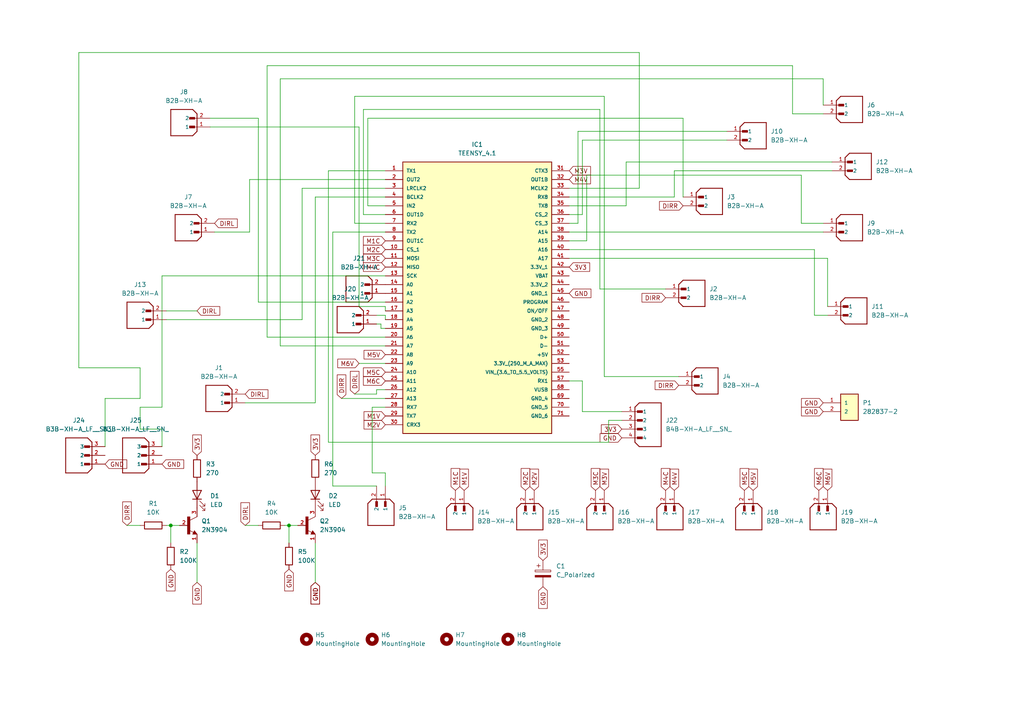
<source format=kicad_sch>
(kicad_sch (version 20250114) (generator "eeschema") (generator_version "9.0")
  (paper "A4")
  (lib_symbols
    (symbol "282837-2:282837-2" (pin_names (offset 1.016))
      (property "Reference" "P" (at -2.5406 2.5438 0))
      (property "Value" "282837-2" (at -2.5424 -6.3745 0))
      (symbol "282837-2_0_0"
        (pin passive line (at -7.62 0 0) (length 5.08) (name "1") (number "1"))
        (pin passive line (at -7.62 -2.54 0) (length 5.08) (name "2") (number "2"))
      )
    )
    (symbol "2N3904:2N3904" (pin_names (offset 1.016))
      (property "Reference" "Q" (at -10.16 7.62 0))
      (property "Value" "2N3904" (at -10.16 -7.62 0))
      (symbol "2N3904_0_0"
        (pin passive line (at -2.54 0 0) (length 2.54) (name "~") (number "2"))
        (pin passive line (at 2.54 5.08 270) (length 2.54) (name "~") (number "3"))
        (pin passive line (at 2.54 -5.08 90) (length 2.54) (name "~") (number "1"))
      )
    )
    (symbol "B2B-XH-A:B2B-XH-A" (pin_names (offset 1.016))
      (property "Reference" "J" (at -2.54 6.35 0))
      (property "Value" "B2B-XH-A" (at -2.54 -5.08 0))
      (symbol "B2B-XH-A_0_0"
        (pin passive line (at -7.62 2.54 0) (length 5.08) (name "1") (number "1"))
        (pin passive line (at -7.62 0 0) (length 5.08) (name "2") (number "2"))
      )
    )
    (symbol "B3B-XH-A_LF__SN_:B3B-XH-A_LF__SN_" (pin_names (offset 1.016))
      (property "Reference" "J" (at -2.54 6.35 0))
      (property "Value" "B3B-XH-A_LF__SN_" (at -2.54 -7.62 0))
      (symbol "B3B-XH-A_LF__SN__0_0"
        (pin passive line (at -7.62 2.54 0) (length 5.08) (name "1") (number "1"))
        (pin passive line (at -7.62 0 0) (length 5.08) (name "2") (number "2"))
        (pin passive line (at -7.62 -2.54 0) (length 5.08) (name "3") (number "3"))
      )
    )
    (symbol "B4B-XH-A_LF__SN_:B4B-XH-A_LF__SN_" (pin_names (offset 1.016))
      (property "Reference" "J" (at -2.54 6.35 0))
      (property "Value" "B4B-XH-A_LF__SN_" (at -2.54 -10.16 0))
      (symbol "B4B-XH-A_LF__SN__0_0"
        (pin passive line (at -7.62 2.54 0) (length 5.08) (name "1") (number "1"))
        (pin passive line (at -7.62 0 0) (length 5.08) (name "2") (number "2"))
        (pin passive line (at -7.62 -2.54 0) (length 5.08) (name "3") (number "3"))
        (pin passive line (at -7.62 -5.08 0) (length 5.08) (name "4") (number "4"))
      )
    )
    (symbol "Device:C_Polarized" (pin_numbers (hide yes)) (pin_names (offset 0.254))
      (property "Reference" "C" (at 0.635 2.54 0))
      (property "Value" "C_Polarized" (at 0.635 -2.54 0))
      (symbol "C_Polarized_1_1"
        (pin passive line (at 0 3.81 270) (length 2.794) (name "~") (number "1"))
        (pin passive line (at 0 -3.81 90) (length 2.794) (name "~") (number "2"))
      )
    )
    (symbol "Device:LED" (pin_numbers (hide yes)) (pin_names (offset 1.016) (hide yes))
      (property "Reference" "D" (at 0 2.54 0))
      (property "Value" "LED" (at 0 -2.54 0))
      (symbol "LED_1_1"
        (pin passive line (at -3.81 0 0) (length 2.54) (name "K") (number "1"))
        (pin passive line (at 3.81 0 180) (length 2.54) (name "A") (number "2"))
      )
    )
    (symbol "Device:R" (pin_numbers (hide yes)) (pin_names (offset 0))
      (property "Reference" "R" (at 2.032 0 90))
      (property "Value" "R" (at 0 0 90))
      (symbol "R_1_1"
        (pin passive line (at 0 3.81 270) (length 1.27) (name "~") (number "1"))
        (pin passive line (at 0 -3.81 90) (length 1.27) (name "~") (number "2"))
      )
    )
    (symbol "Mechanical:MountingHole" (pin_names (offset 1.016)) (in_bom no)
      (property "Reference" "H" (at 0 5.08 0))
      (property "Value" "MountingHole" (at 0 3.175 0))
    )
    (symbol "TEENSY_4.1:TEENSY_4.1" (pin_names (offset 1.016))
      (property "Reference" "IC" (at 49.53 7.62 0))
      (property "Value" "TEENSY_4.1" (at 49.53 5.08 0))
      (symbol "TEENSY_4.1_0_0"
        (pin bidirectional line (at 0 0 0) (length 5.08) (name "TX1") (number "1"))
        (pin bidirectional line (at 0 -2.54 0) (length 5.08) (name "OUT2") (number "2"))
        (pin bidirectional line (at 0 -5.08 0) (length 5.08) (name "LRCLK2") (number "3"))
        (pin bidirectional line (at 0 -7.62 0) (length 5.08) (name "BCLK2") (number "4"))
        (pin bidirectional line (at 0 -10.16 0) (length 5.08) (name "IN2") (number "5"))
        (pin bidirectional line (at 0 -12.7 0) (length 5.08) (name "OUT1D") (number "6"))
        (pin bidirectional line (at 0 -15.24 0) (length 5.08) (name "RX2") (number "7"))
        (pin bidirectional line (at 0 -17.78 0) (length 5.08) (name "TX2") (number "8"))
        (pin bidirectional line (at 0 -20.32 0) (length 5.08) (name "OUT1C") (number "9"))
        (pin bidirectional line (at 0 -22.86 0) (length 5.08) (name "CS_1") (number "10"))
        (pin bidirectional line (at 0 -25.4 0) (length 5.08) (name "MOSI") (number "11"))
        (pin bidirectional line (at 0 -27.94 0) (length 5.08) (name "MISO") (number "12"))
        (pin bidirectional line (at 0 -30.48 0) (length 5.08) (name "SCK") (number "13"))
        (pin bidirectional line (at 0 -33.02 0) (length 5.08) (name "A0") (number "14"))
        (pin bidirectional line (at 0 -35.56 0) (length 5.08) (name "A1") (number "15"))
        (pin bidirectional line (at 0 -38.1 0) (length 5.08) (name "A2") (number "16"))
        (pin bidirectional line (at 0 -40.64 0) (length 5.08) (name "A3") (number "17"))
        (pin bidirectional line (at 0 -43.18 0) (length 5.08) (name "A4") (number "18"))
        (pin bidirectional line (at 0 -45.72 0) (length 5.08) (name "A5") (number "19"))
        (pin bidirectional line (at 0 -48.26 0) (length 5.08) (name "A6") (number "20"))
        (pin bidirectional line (at 0 -50.8 0) (length 5.08) (name "A7") (number "21"))
        (pin bidirectional line (at 0 -53.34 0) (length 5.08) (name "A8") (number "22"))
        (pin bidirectional line (at 0 -55.88 0) (length 5.08) (name "A9") (number "23"))
        (pin bidirectional line (at 0 -58.42 0) (length 5.08) (name "A10") (number "24"))
        (pin bidirectional line (at 0 -60.96 0) (length 5.08) (name "A11") (number "25"))
        (pin bidirectional line (at 0 -63.5 0) (length 5.08) (name "A12") (number "26"))
        (pin bidirectional line (at 0 -66.04 0) (length 5.08) (name "A13") (number "27"))
        (pin bidirectional line (at 0 -68.58 0) (length 5.08) (name "RX7") (number "28"))
        (pin bidirectional line (at 0 -71.12 0) (length 5.08) (name "TX7") (number "29"))
        (pin bidirectional line (at 0 -73.66 0) (length 5.08) (name "CRX3") (number "30"))
        (pin bidirectional line (at 53.34 0 180) (length 5.08) (name "CTX3") (number "31"))
        (pin bidirectional line (at 53.34 -2.54 180) (length 5.08) (name "OUT1B") (number "32"))
        (pin bidirectional line (at 53.34 -5.08 180) (length 5.08) (name "MCLK2") (number "33"))
        (pin bidirectional line (at 53.34 -7.62 180) (length 5.08) (name "RX8") (number "34"))
        (pin bidirectional line (at 53.34 -10.16 180) (length 5.08) (name "TX8") (number "35"))
        (pin bidirectional line (at 53.34 -12.7 180) (length 5.08) (name "CS_2") (number "36"))
        (pin bidirectional line (at 53.34 -15.24 180) (length 5.08) (name "CS_3") (number "37"))
        (pin bidirectional line (at 53.34 -17.78 180) (length 5.08) (name "A14") (number "38"))
        (pin bidirectional line (at 53.34 -20.32 180) (length 5.08) (name "A15") (number "39"))
        (pin bidirectional line (at 53.34 -22.86 180) (length 5.08) (name "A16") (number "40"))
        (pin bidirectional line (at 53.34 -25.4 180) (length 5.08) (name "A17") (number "41"))
        (pin bidirectional line (at 53.34 -27.94 180) (length 5.08) (name "3.3V_1") (number "42"))
        (pin bidirectional line (at 53.34 -30.48 180) (length 5.08) (name "VBAT") (number "43"))
        (pin bidirectional line (at 53.34 -33.02 180) (length 5.08) (name "3.3V_2") (number "44"))
        (pin bidirectional line (at 53.34 -35.56 180) (length 5.08) (name "GND_1") (number "45"))
        (pin bidirectional line (at 53.34 -38.1 180) (length 5.08) (name "PROGRAM") (number "46"))
        (pin bidirectional line (at 53.34 -40.64 180) (length 5.08) (name "ON/OFF") (number "47"))
        (pin bidirectional line (at 53.34 -43.18 180) (length 5.08) (name "GND_2") (number "48"))
        (pin bidirectional line (at 53.34 -45.72 180) (length 5.08) (name "GND_3") (number "49"))
        (pin bidirectional line (at 53.34 -48.26 180) (length 5.08) (name "D+") (number "50"))
        (pin bidirectional line (at 53.34 -50.8 180) (length 5.08) (name "D-") (number "51"))
        (pin bidirectional line (at 53.34 -53.34 180) (length 5.08) (name "+5V") (number "52"))
        (pin bidirectional line (at 53.34 -55.88 180) (length 5.08) (name "3.3V_(250_M_A_MAX)") (number "53"))
        (pin bidirectional line (at 53.34 -58.42 180) (length 5.08) (name "VIN_(3.6_TO_5.5_VOLTS)") (number "55"))
        (pin bidirectional line (at 53.34 -60.96 180) (length 5.08) (name "RX1") (number "57"))
        (pin bidirectional line (at 53.34 -63.5 180) (length 5.08) (name "VUSB") (number "68"))
        (pin bidirectional line (at 53.34 -66.04 180) (length 5.08) (name "GND_4") (number "69"))
        (pin bidirectional line (at 53.34 -68.58 180) (length 5.08) (name "GND_5") (number "70"))
        (pin bidirectional line (at 53.34 -71.12 180) (length 5.08) (name "GND_6") (number "71"))
      )
    )
  )
  (junction (at 49.53 152.4))
  (junction (at 83.82 152.4))
  (wire (pts (xy 82.55 152.4) (xy 83.82 152.4)))
  (wire (pts (xy 74.93 87.63) (xy 74.93 34.29)))
  (wire (pts (xy 181.61 59.69) (xy 181.61 46.99)))
  (wire (pts (xy 111.76 100.33) (xy 81.28 100.33)))
  (wire (pts (xy 40.64 115.57) (xy 30.48 115.57)))
  (wire (pts (xy 111.76 67.31) (xy 96.52 67.31)))
  (wire (pts (xy 83.82 152.4) (xy 86.36 152.4)))
  (wire (pts (xy 165.1 67.31) (xy 238.76 67.31)))
  (wire (pts (xy 72.39 52.07) (xy 111.76 52.07)))
  (wire (pts (xy 176.53 128.27) (xy 176.53 121.92)))
  (wire (pts (xy 81.28 100.33) (xy 81.28 22.86)))
  (wire (pts (xy 96.52 140.97) (xy 109.22 140.97)))
  (wire (pts (xy 46.99 124.46) (xy 46.99 129.54)))
  (wire (pts (xy 105.41 62.23) (xy 111.76 62.23)))
  (wire (pts (xy 102.87 114.3) (xy 109.22 114.3)))
  (wire (pts (xy 95.25 49.53) (xy 111.76 49.53)))
  (wire (pts (xy 165.1 54.61) (xy 185.42 54.61)))
  (wire (pts (xy 107.95 137.16) (xy 111.76 137.16)))
  (wire (pts (xy 102.87 64.77) (xy 111.76 64.77)))
  (wire (pts (xy 22.86 106.68) (xy 40.64 106.68)))
  (wire (pts (xy 71.12 152.4) (xy 74.93 152.4)))
  (wire (pts (xy 195.58 57.15) (xy 195.58 49.53)))
  (wire (pts (xy 167.64 38.1) (xy 167.64 64.77)))
  (wire (pts (xy 111.76 88.9) (xy 111.76 90.17)))
  (wire (pts (xy 110.49 95.25) (xy 111.76 95.25)))
  (wire (pts (xy 111.76 54.61) (xy 87.63 54.61)))
  (wire (pts (xy 173.99 83.82) (xy 193.04 83.82)))
  (wire (pts (xy 46.99 80.01) (xy 46.99 118.11)))
  (wire (pts (xy 77.47 97.79) (xy 77.47 19.05)))
  (wire (pts (xy 236.22 91.44) (xy 240.03 91.44)))
  (wire (pts (xy 195.58 49.53) (xy 241.3 49.53)))
  (wire (pts (xy 110.49 93.98) (xy 110.49 95.25)))
  (wire (pts (xy 109.22 113.03) (xy 111.76 113.03)))
  (wire (pts (xy 106.68 34.29) (xy 106.68 59.69)))
  (wire (pts (xy 198.12 57.15) (xy 198.12 34.29)))
  (wire (pts (xy 72.39 67.31) (xy 72.39 52.07)))
  (wire (pts (xy 111.76 87.63) (xy 74.93 87.63)))
  (wire (pts (xy 81.28 22.86) (xy 238.76 22.86)))
  (wire (pts (xy 165.1 72.39) (xy 236.22 72.39)))
  (wire (pts (xy 185.42 15.24) (xy 22.86 15.24)))
  (wire (pts (xy 229.87 19.05) (xy 229.87 33.02)))
  (wire (pts (xy 236.22 72.39) (xy 236.22 91.44)))
  (wire (pts (xy 83.82 157.48) (xy 83.82 152.4)))
  (wire (pts (xy 173.99 83.82) (xy 173.99 31.75)))
  (wire (pts (xy 49.53 152.4) (xy 52.07 152.4)))
  (wire (pts (xy 102.87 27.94) (xy 102.87 64.77)))
  (wire (pts (xy 196.85 109.22) (xy 175.26 109.22)))
  (wire (pts (xy 111.76 91.44) (xy 111.76 92.71)))
  (wire (pts (xy 165.1 57.15) (xy 195.58 57.15)))
  (wire (pts (xy 109.22 114.3) (xy 109.22 113.03)))
  (wire (pts (xy 95.25 49.53) (xy 95.25 128.27)))
  (wire (pts (xy 167.64 64.77) (xy 165.1 64.77)))
  (wire (pts (xy 106.68 59.69) (xy 111.76 59.69)))
  (wire (pts (xy 111.76 97.79) (xy 77.47 97.79)))
  (wire (pts (xy 48.26 152.4) (xy 49.53 152.4)))
  (wire (pts (xy 104.14 36.83) (xy 60.96 36.83)))
  (wire (pts (xy 99.06 115.57) (xy 111.76 115.57)))
  (wire (pts (xy 72.39 67.31) (xy 62.23 67.31)))
  (wire (pts (xy 91.44 168.91) (xy 91.44 157.48)))
  (wire (pts (xy 40.64 106.68) (xy 40.64 115.57)))
  (wire (pts (xy 170.18 50.8) (xy 170.18 69.85)))
  (wire (pts (xy 30.48 115.57) (xy 30.48 129.54)))
  (wire (pts (xy 240.03 74.93) (xy 240.03 88.9)))
  (wire (pts (xy 232.41 50.8) (xy 170.18 50.8)))
  (wire (pts (xy 40.64 124.46) (xy 46.99 124.46)))
  (wire (pts (xy 232.41 64.77) (xy 232.41 50.8)))
  (wire (pts (xy 111.76 57.15) (xy 91.44 57.15)))
  (wire (pts (xy 60.96 34.29) (xy 74.93 34.29)))
  (wire (pts (xy 165.1 59.69) (xy 181.61 59.69)))
  (wire (pts (xy 104.14 105.41) (xy 111.76 105.41)))
  (wire (pts (xy 175.26 109.22) (xy 175.26 27.94)))
  (wire (pts (xy 87.63 92.71) (xy 48.26 92.71)))
  (wire (pts (xy 95.25 128.27) (xy 176.53 128.27)))
  (wire (pts (xy 185.42 54.61) (xy 185.42 15.24)))
  (wire (pts (xy 77.47 19.05) (xy 229.87 19.05)))
  (wire (pts (xy 57.15 168.91) (xy 57.15 157.48)))
  (wire (pts (xy 176.53 121.92) (xy 180.34 121.92)))
  (wire (pts (xy 104.14 88.9) (xy 104.14 36.83)))
  (wire (pts (xy 210.82 40.64) (xy 168.91 40.64)))
  (wire (pts (xy 96.52 67.31) (xy 96.52 140.97)))
  (wire (pts (xy 107.95 118.11) (xy 107.95 137.16)))
  (wire (pts (xy 173.99 31.75) (xy 105.41 31.75)))
  (wire (pts (xy 165.1 110.49) (xy 168.91 110.49)))
  (wire (pts (xy 238.76 22.86) (xy 238.76 30.48)))
  (wire (pts (xy 46.99 118.11) (xy 40.64 118.11)))
  (wire (pts (xy 165.1 74.93) (xy 240.03 74.93)))
  (wire (pts (xy 111.76 118.11) (xy 107.95 118.11)))
  (wire (pts (xy 36.83 152.4) (xy 40.64 152.4)))
  (wire (pts (xy 238.76 64.77) (xy 232.41 64.77)))
  (wire (pts (xy 198.12 34.29) (xy 106.68 34.29)))
  (wire (pts (xy 181.61 46.99) (xy 241.3 46.99)))
  (wire (pts (xy 111.76 88.9) (xy 104.14 88.9)))
  (wire (pts (xy 22.86 15.24) (xy 22.86 106.68)))
  (wire (pts (xy 91.44 57.15) (xy 91.44 116.84)))
  (wire (pts (xy 229.87 33.02) (xy 238.76 33.02)))
  (wire (pts (xy 168.91 110.49) (xy 168.91 119.38)))
  (wire (pts (xy 175.26 27.94) (xy 102.87 27.94)))
  (wire (pts (xy 111.76 137.16) (xy 111.76 140.97)))
  (wire (pts (xy 40.64 118.11) (xy 40.64 124.46)))
  (wire (pts (xy 87.63 54.61) (xy 87.63 92.71)))
  (wire (pts (xy 210.82 38.1) (xy 167.64 38.1)))
  (wire (pts (xy 105.41 31.75) (xy 105.41 62.23)))
  (wire (pts (xy 168.91 119.38) (xy 180.34 119.38)))
  (wire (pts (xy 46.99 80.01) (xy 111.76 80.01)))
  (wire (pts (xy 109.22 91.44) (xy 111.76 91.44)))
  (wire (pts (xy 91.44 116.84) (xy 71.12 116.84)))
  (wire (pts (xy 168.91 40.64) (xy 168.91 62.23)))
  (wire (pts (xy 109.22 93.98) (xy 110.49 93.98)))
  (wire (pts (xy 48.26 90.17) (xy 57.15 90.17)))
  (wire (pts (xy 170.18 69.85) (xy 165.1 69.85)))
  (wire (pts (xy 49.53 157.48) (xy 49.53 152.4)))
  (wire (pts (xy 168.91 62.23) (xy 165.1 62.23)))
  (global_label "M2V" (shape input) (at 111.76 123.19 180) (property "Intersheetrefs" "${INTERSHEET_REFS}" (effects (hide yes))))
  (global_label "GND" (shape input) (at 49.53 165.1 270) (property "Intersheetrefs" "${INTERSHEET_REFS}" (effects (hide yes))))
  (global_label "M2C" (shape input) (at 111.76 72.39 180) (property "Intersheetrefs" "${INTERSHEET_REFS}" (effects (hide yes))))
  (global_label "DIRL" (shape input) (at 57.15 90.17 0) (property "Intersheetrefs" "${INTERSHEET_REFS}" (effects (hide yes))))
  (global_label "M1V" (shape input) (at 134.62 142.24 90) (property "Intersheetrefs" "${INTERSHEET_REFS}" (effects (hide yes))))
  (global_label "M5C" (shape input) (at 111.76 107.95 180) (property "Intersheetrefs" "${INTERSHEET_REFS}" (effects (hide yes))))
  (global_label "3V3" (shape input) (at 157.48 162.56 90) (property "Intersheetrefs" "${INTERSHEET_REFS}" (effects (hide yes))))
  (global_label "DIRR" (shape input) (at 193.04 86.36 180) (property "Intersheetrefs" "${INTERSHEET_REFS}" (effects (hide yes))))
  (global_label "M4C" (shape input) (at 111.76 77.47 180) (property "Intersheetrefs" "${INTERSHEET_REFS}" (effects (hide yes))))
  (global_label "M5V" (shape input) (at 111.76 102.87 180) (property "Intersheetrefs" "${INTERSHEET_REFS}" (effects (hide yes))))
  (global_label "M1C" (shape input) (at 132.08 142.24 90) (property "Intersheetrefs" "${INTERSHEET_REFS}" (effects (hide yes))))
  (global_label "M6V" (shape input) (at 104.14 105.41 180) (property "Intersheetrefs" "${INTERSHEET_REFS}" (effects (hide yes))))
  (global_label "M3V" (shape input) (at 165.1 49.53 0) (property "Intersheetrefs" "${INTERSHEET_REFS}" (effects (hide yes))))
  (global_label "M4C" (shape input) (at 193.04 142.24 90) (property "Intersheetrefs" "${INTERSHEET_REFS}" (effects (hide yes))))
  (global_label "DIRR" (shape input) (at 99.06 115.57 90) (property "Intersheetrefs" "${INTERSHEET_REFS}" (effects (hide yes))))
  (global_label "GND" (shape input) (at 180.34 127 180) (property "Intersheetrefs" "${INTERSHEET_REFS}" (effects (hide yes))))
  (global_label "DIRR" (shape input) (at 198.12 59.69 180) (property "Intersheetrefs" "${INTERSHEET_REFS}" (effects (hide yes))))
  (global_label "M3C" (shape input) (at 111.76 74.93 180) (property "Intersheetrefs" "${INTERSHEET_REFS}" (effects (hide yes))))
  (global_label "DIRL" (shape input) (at 62.23 64.77 0) (property "Intersheetrefs" "${INTERSHEET_REFS}" (effects (hide yes))))
  (global_label "M5V" (shape input) (at 218.44 142.24 90) (property "Intersheetrefs" "${INTERSHEET_REFS}" (effects (hide yes))))
  (global_label "M4V" (shape input) (at 195.58 142.24 90) (property "Intersheetrefs" "${INTERSHEET_REFS}" (effects (hide yes))))
  (global_label "M6V" (shape input) (at 240.03 142.24 90) (property "Intersheetrefs" "${INTERSHEET_REFS}" (effects (hide yes))))
  (global_label "GND" (shape input) (at 238.76 119.38 180) (property "Intersheetrefs" "${INTERSHEET_REFS}" (effects (hide yes))))
  (global_label "M1V" (shape input) (at 111.76 120.65 180) (property "Intersheetrefs" "${INTERSHEET_REFS}" (effects (hide yes))))
  (global_label "GND" (shape input) (at 57.15 168.91 270) (property "Intersheetrefs" "${INTERSHEET_REFS}" (effects (hide yes))))
  (global_label "3V3" (shape input) (at 180.34 124.46 180) (property "Intersheetrefs" "${INTERSHEET_REFS}" (effects (hide yes))))
  (global_label "DIRR" (shape input) (at 36.83 152.4 90) (property "Intersheetrefs" "${INTERSHEET_REFS}" (effects (hide yes))))
  (global_label "M1C" (shape input) (at 111.76 69.85 180) (property "Intersheetrefs" "${INTERSHEET_REFS}" (effects (hide yes))))
  (global_label "M2C" (shape input) (at 152.4 142.24 90) (property "Intersheetrefs" "${INTERSHEET_REFS}" (effects (hide yes))))
  (global_label "M2V" (shape input) (at 154.94 142.24 90) (property "Intersheetrefs" "${INTERSHEET_REFS}" (effects (hide yes))))
  (global_label "GND" (shape input) (at 157.48 170.18 270) (property "Intersheetrefs" "${INTERSHEET_REFS}" (effects (hide yes))))
  (global_label "DIRL" (shape input) (at 71.12 114.3 0) (property "Intersheetrefs" "${INTERSHEET_REFS}" (effects (hide yes))))
  (global_label "DIRL" (shape input) (at 102.87 114.3 90) (property "Intersheetrefs" "${INTERSHEET_REFS}" (effects (hide yes))))
  (global_label "3V3" (shape input) (at 57.15 132.08 90) (property "Intersheetrefs" "${INTERSHEET_REFS}" (effects (hide yes))))
  (global_label "M5C" (shape input) (at 215.9 142.24 90) (property "Intersheetrefs" "${INTERSHEET_REFS}" (effects (hide yes))))
  (global_label "GND" (shape input) (at 238.76 116.84 180) (property "Intersheetrefs" "${INTERSHEET_REFS}" (effects (hide yes))))
  (global_label "M6C" (shape input) (at 237.49 142.24 90) (property "Intersheetrefs" "${INTERSHEET_REFS}" (effects (hide yes))))
  (global_label "GND" (shape input) (at 83.82 165.1 270) (property "Intersheetrefs" "${INTERSHEET_REFS}" (effects (hide yes))))
  (global_label "DIRL" (shape input) (at 71.12 152.4 90) (property "Intersheetrefs" "${INTERSHEET_REFS}" (effects (hide yes))))
  (global_label "M3C" (shape input) (at 172.72 142.24 90) (property "Intersheetrefs" "${INTERSHEET_REFS}" (effects (hide yes))))
  (global_label "3V3" (shape input) (at 91.44 132.08 90) (property "Intersheetrefs" "${INTERSHEET_REFS}" (effects (hide yes))))
  (global_label "DIRR" (shape input) (at 196.85 111.76 180) (property "Intersheetrefs" "${INTERSHEET_REFS}" (effects (hide yes))))
  (global_label "GND" (shape input) (at 46.99 134.62 0) (property "Intersheetrefs" "${INTERSHEET_REFS}" (effects (hide yes))))
  (global_label "GND" (shape input) (at 91.44 168.91 270) (property "Intersheetrefs" "${INTERSHEET_REFS}" (effects (hide yes))))
  (global_label "GND" (shape input) (at 30.48 134.62 0) (property "Intersheetrefs" "${INTERSHEET_REFS}" (effects (hide yes))))
  (global_label "GND" (shape input) (at 165.1 85.09 0) (property "Intersheetrefs" "${INTERSHEET_REFS}" (effects (hide yes))))
  (global_label "M4V" (shape input) (at 165.1 52.07 0) (property "Intersheetrefs" "${INTERSHEET_REFS}" (effects (hide yes))))
  (global_label "M6C" (shape input) (at 111.76 110.49 180) (property "Intersheetrefs" "${INTERSHEET_REFS}" (effects (hide yes))))
  (global_label "M3V" (shape input) (at 175.26 142.24 90) (property "Intersheetrefs" "${INTERSHEET_REFS}" (effects (hide yes))))
  (global_label "GND" (shape input) (at 91.44 168.91 270) (property "Intersheetrefs" "${INTERSHEET_REFS}" (effects (hide yes))))
  (global_label "3V3" (shape input) (at 165.1 77.47 0) (property "Intersheetrefs" "${INTERSHEET_REFS}" (effects (hide yes))))
  (symbol (lib_id "Mechanical:MountingHole") (at 147.32 185.42 0) (unit 1) (in_bom no)
    (property "Reference" "H8" (at 149.86 184.1499 0) (effects (justify left)))
    (property "Value" "MountingHole" (at 149.86 186.6899 0) (effects (justify left)))
    (property "Footprint" "MountingHole:MountingHole_3mm_Pad_TopBottom" (effects (hide yes)))
    (property "Description" "Mounting Hole without connection" (effects (hide yes)))
  )
  (symbol (lib_id "Mechanical:MountingHole") (at 107.95 185.42 0) (unit 1) (in_bom no)
    (property "Reference" "H6" (at 110.49 184.1499 0) (effects (justify left)))
    (property "Value" "MountingHole" (at 110.49 186.6899 0) (effects (justify left)))
    (property "Footprint" "MountingHole:MountingHole_3mm_Pad_TopBottom" (effects (hide yes)))
    (property "Description" "Mounting Hole without connection" (effects (hide yes)))
  )
  (symbol (lib_id "Device:R") (at 91.44 135.89 180) (unit 1)
    (property "Reference" "R6" (at 93.98 134.6199 0) (effects (justify right)))
    (property "Value" "270" (at 93.98 137.1599 0) (effects (justify right)))
    (property "Footprint" "Resistor_THT:R_Axial_DIN0207_L6.3mm_D2.5mm_P7.62mm_Horizontal" (effects (hide yes)))
    (property "Description" "Resistor" (effects (hide yes)))
  )
  (symbol (lib_id "B2B-XH-A:B2B-XH-A") (at 218.44 40.64 0) (unit 1)
    (property "Reference" "J10" (at 223.52 38.0999 0) (effects (justify left)))
    (property "Value" "B2B-XH-A" (at 223.52 40.6399 0) (effects (justify left)))
    (property "Footprint" "Connector_JST:JST_XH_B2B-XH-A_1x02_P2.50mm_Vertical" (effects (hide yes)))
    (property "MF" "JST Sales" (effects (hide yes)))
    (property "MAXIMUM_PACKAGE_HEIGHT" "7 mm" (effects (hide yes)))
    (property "Package" "None" (effects (hide yes)))
    (property "Price" "None" (effects (hide yes)))
    (property "Check_prices" "https://www.snapeda.com/parts/B2B-XH-A/JST/view-part/?ref=eda" (effects (hide yes)))
    (property "STANDARD" "Manufacturer Recommendations" (effects (hide yes)))
    (property "PARTREV" "N/A" (effects (hide yes)))
    (property "SnapEDA_Link" "https://www.snapeda.com/parts/B2B-XH-A/JST/view-part/?ref=snap" (effects (hide yes)))
    (property "MP" "B2B-XH-A" (effects (hide yes)))
    (property "Description_1" "Connector Header Through Hole 2 position 0.098 (2.50mm)" (effects (hide yes)))
    (property "Availability" "In Stock" (effects (hide yes)))
    (property "MANUFACTURER" "JST Sales America Inc." (effects (hide yes)))
  )
  (symbol (lib_id "B2B-XH-A:B2B-XH-A") (at 193.04 149.86 270) (unit 1)
    (property "Reference" "J17" (at 199.39 148.5899 90) (effects (justify left)))
    (property "Value" "B2B-XH-A" (at 199.39 151.1299 90) (effects (justify left)))
    (property "Footprint" "Connector_JST:JST_XH_B2B-XH-A_1x02_P2.50mm_Vertical" (effects (hide yes)))
    (property "MF" "JST Sales" (effects (hide yes)))
    (property "MAXIMUM_PACKAGE_HEIGHT" "7 mm" (effects (hide yes)))
    (property "Package" "None" (effects (hide yes)))
    (property "Price" "None" (effects (hide yes)))
    (property "Check_prices" "https://www.snapeda.com/parts/B2B-XH-A/JST/view-part/?ref=eda" (effects (hide yes)))
    (property "STANDARD" "Manufacturer Recommendations" (effects (hide yes)))
    (property "PARTREV" "N/A" (effects (hide yes)))
    (property "SnapEDA_Link" "https://www.snapeda.com/parts/B2B-XH-A/JST/view-part/?ref=snap" (effects (hide yes)))
    (property "MP" "B2B-XH-A" (effects (hide yes)))
    (property "Description_1" "Connector Header Through Hole 2 position 0.098 (2.50mm)" (effects (hide yes)))
    (property "Availability" "In Stock" (effects (hide yes)))
    (property "MANUFACTURER" "JST Sales America Inc." (effects (hide yes)))
  )
  (symbol (lib_id "2N3904:2N3904") (at 54.61 152.4 0) (unit 1)
    (property "Reference" "Q1" (at 58.42 151.1299 0) (effects (justify left)))
    (property "Value" "2N3904" (at 58.42 153.6699 0) (effects (justify left)))
    (property "Footprint" "2N3904:TO92127P495H495-3_modified" (effects (hide yes)))
    (property "MF" "onsemi" (effects (hide yes)))
    (property "MAXIMUM_PACKAGE_HEIGHT" "4.95 mm" (effects (hide yes)))
    (property "Package" "E-PKG AXIAL-LEADED-2 ON Semiconductor" (effects (hide yes)))
    (property "Price" "None" (effects (hide yes)))
    (property "Check_prices" "https://www.snapeda.com/parts/2N3904/Onsemi/view-part/?ref=eda" (effects (hide yes)))
    (property "STANDARD" "IPC 7351B" (effects (hide yes)))
    (property "PARTREV" "February 2003" (effects (hide yes)))
    (property "SnapEDA_Link" "https://www.snapeda.com/parts/2N3904/Onsemi/view-part/?ref=snap" (effects (hide yes)))
    (property "MP" "2N3904" (effects (hide yes)))
    (property "Description_1" "Bipolar (BJT) Transistor NPN 40 V 200 mA 300MHz 625 mW Through Hole TO-92 (TO-226)" (effects (hide yes)))
    (property "Availability" "In Stock" (effects (hide yes)))
    (property "MANUFACTURER" "STMicroelectronics" (effects (hide yes)))
  )
  (symbol (lib_id "B2B-XH-A:B2B-XH-A") (at 40.64 90.17 180) (unit 1)
    (property "Reference" "J13" (at 40.64 82.55 0))
    (property "Value" "B2B-XH-A" (at 40.64 85.09 0))
    (property "Footprint" "Connector_JST:JST_XH_B2B-XH-A_1x02_P2.50mm_Vertical" (effects (hide yes)))
    (property "MF" "JST Sales" (effects (hide yes)))
    (property "MAXIMUM_PACKAGE_HEIGHT" "7 mm" (effects (hide yes)))
    (property "Package" "None" (effects (hide yes)))
    (property "Price" "None" (effects (hide yes)))
    (property "Check_prices" "https://www.snapeda.com/parts/B2B-XH-A/JST/view-part/?ref=eda" (effects (hide yes)))
    (property "STANDARD" "Manufacturer Recommendations" (effects (hide yes)))
    (property "PARTREV" "N/A" (effects (hide yes)))
    (property "SnapEDA_Link" "https://www.snapeda.com/parts/B2B-XH-A/JST/view-part/?ref=snap" (effects (hide yes)))
    (property "MP" "B2B-XH-A" (effects (hide yes)))
    (property "Description_1" "Connector Header Through Hole 2 position 0.098 (2.50mm)" (effects (hide yes)))
    (property "Availability" "In Stock" (effects (hide yes)))
    (property "MANUFACTURER" "JST Sales America Inc." (effects (hide yes)))
  )
  (symbol (lib_id "B2B-XH-A:B2B-XH-A") (at 53.34 34.29 180) (unit 1)
    (property "Reference" "J8" (at 53.34 26.67 0))
    (property "Value" "B2B-XH-A" (at 53.34 29.21 0))
    (property "Footprint" "Connector_JST:JST_XH_B2B-XH-A_1x02_P2.50mm_Vertical" (effects (hide yes)))
    (property "MF" "JST Sales" (effects (hide yes)))
    (property "MAXIMUM_PACKAGE_HEIGHT" "7 mm" (effects (hide yes)))
    (property "Package" "None" (effects (hide yes)))
    (property "Price" "None" (effects (hide yes)))
    (property "Check_prices" "https://www.snapeda.com/parts/B2B-XH-A/JST/view-part/?ref=eda" (effects (hide yes)))
    (property "STANDARD" "Manufacturer Recommendations" (effects (hide yes)))
    (property "PARTREV" "N/A" (effects (hide yes)))
    (property "SnapEDA_Link" "https://www.snapeda.com/parts/B2B-XH-A/JST/view-part/?ref=snap" (effects (hide yes)))
    (property "MP" "B2B-XH-A" (effects (hide yes)))
    (property "Description_1" "Connector Header Through Hole 2 position 0.098 (2.50mm)" (effects (hide yes)))
    (property "Availability" "In Stock" (effects (hide yes)))
    (property "MANUFACTURER" "JST Sales America Inc." (effects (hide yes)))
  )
  (symbol (lib_id "B2B-XH-A:B2B-XH-A") (at 204.47 111.76 0) (unit 1)
    (property "Reference" "J4" (at 209.55 109.2199 0) (effects (justify left)))
    (property "Value" "B2B-XH-A" (at 209.55 111.7599 0) (effects (justify left)))
    (property "Footprint" "Connector_JST:JST_XH_B2B-XH-A_1x02_P2.50mm_Vertical" (effects (hide yes)))
    (property "MF" "JST Sales" (effects (hide yes)))
    (property "MAXIMUM_PACKAGE_HEIGHT" "7 mm" (effects (hide yes)))
    (property "Package" "None" (effects (hide yes)))
    (property "Price" "None" (effects (hide yes)))
    (property "Check_prices" "https://www.snapeda.com/parts/B2B-XH-A/JST/view-part/?ref=eda" (effects (hide yes)))
    (property "STANDARD" "Manufacturer Recommendations" (effects (hide yes)))
    (property "PARTREV" "N/A" (effects (hide yes)))
    (property "SnapEDA_Link" "https://www.snapeda.com/parts/B2B-XH-A/JST/view-part/?ref=snap" (effects (hide yes)))
    (property "MP" "B2B-XH-A" (effects (hide yes)))
    (property "Description_1" "Connector Header Through Hole 2 position 0.098 (2.50mm)" (effects (hide yes)))
    (property "Availability" "In Stock" (effects (hide yes)))
    (property "MANUFACTURER" "JST Sales America Inc." (effects (hide yes)))
  )
  (symbol (lib_id "B2B-XH-A:B2B-XH-A") (at 132.08 149.86 270) (unit 1)
    (property "Reference" "J14" (at 138.43 148.5899 90) (effects (justify left)))
    (property "Value" "B2B-XH-A" (at 138.43 151.1299 90) (effects (justify left)))
    (property "Footprint" "Connector_JST:JST_XH_B2B-XH-A_1x02_P2.50mm_Vertical" (effects (hide yes)))
    (property "MF" "JST Sales" (effects (hide yes)))
    (property "MAXIMUM_PACKAGE_HEIGHT" "7 mm" (effects (hide yes)))
    (property "Package" "None" (effects (hide yes)))
    (property "Price" "None" (effects (hide yes)))
    (property "Check_prices" "https://www.snapeda.com/parts/B2B-XH-A/JST/view-part/?ref=eda" (effects (hide yes)))
    (property "STANDARD" "Manufacturer Recommendations" (effects (hide yes)))
    (property "PARTREV" "N/A" (effects (hide yes)))
    (property "SnapEDA_Link" "https://www.snapeda.com/parts/B2B-XH-A/JST/view-part/?ref=snap" (effects (hide yes)))
    (property "MP" "B2B-XH-A" (effects (hide yes)))
    (property "Description_1" "Connector Header Through Hole 2 position 0.098 (2.50mm)" (effects (hide yes)))
    (property "Availability" "In Stock" (effects (hide yes)))
    (property "MANUFACTURER" "JST Sales America Inc." (effects (hide yes)))
  )
  (symbol (lib_id "B2B-XH-A:B2B-XH-A") (at 54.61 64.77 180) (unit 1)
    (property "Reference" "J7" (at 54.61 57.15 0))
    (property "Value" "B2B-XH-A" (at 54.61 59.69 0))
    (property "Footprint" "Connector_JST:JST_XH_B2B-XH-A_1x02_P2.50mm_Vertical" (effects (hide yes)))
    (property "MF" "JST Sales" (effects (hide yes)))
    (property "MAXIMUM_PACKAGE_HEIGHT" "7 mm" (effects (hide yes)))
    (property "Package" "None" (effects (hide yes)))
    (property "Price" "None" (effects (hide yes)))
    (property "Check_prices" "https://www.snapeda.com/parts/B2B-XH-A/JST/view-part/?ref=eda" (effects (hide yes)))
    (property "STANDARD" "Manufacturer Recommendations" (effects (hide yes)))
    (property "PARTREV" "N/A" (effects (hide yes)))
    (property "SnapEDA_Link" "https://www.snapeda.com/parts/B2B-XH-A/JST/view-part/?ref=snap" (effects (hide yes)))
    (property "MP" "B2B-XH-A" (effects (hide yes)))
    (property "Description_1" "Connector Header Through Hole 2 position 0.098 (2.50mm)" (effects (hide yes)))
    (property "Availability" "In Stock" (effects (hide yes)))
    (property "MANUFACTURER" "JST Sales America Inc." (effects (hide yes)))
  )
  (symbol (lib_id "B2B-XH-A:B2B-XH-A") (at 237.49 149.86 270) (unit 1)
    (property "Reference" "J19" (at 243.84 148.5899 90) (effects (justify left)))
    (property "Value" "B2B-XH-A" (at 243.84 151.1299 90) (effects (justify left)))
    (property "Footprint" "Connector_JST:JST_XH_B2B-XH-A_1x02_P2.50mm_Vertical" (effects (hide yes)))
    (property "MF" "JST Sales" (effects (hide yes)))
    (property "MAXIMUM_PACKAGE_HEIGHT" "7 mm" (effects (hide yes)))
    (property "Package" "None" (effects (hide yes)))
    (property "Price" "None" (effects (hide yes)))
    (property "Check_prices" "https://www.snapeda.com/parts/B2B-XH-A/JST/view-part/?ref=eda" (effects (hide yes)))
    (property "STANDARD" "Manufacturer Recommendations" (effects (hide yes)))
    (property "PARTREV" "N/A" (effects (hide yes)))
    (property "SnapEDA_Link" "https://www.snapeda.com/parts/B2B-XH-A/JST/view-part/?ref=snap" (effects (hide yes)))
    (property "MP" "B2B-XH-A" (effects (hide yes)))
    (property "Description_1" "Connector Header Through Hole 2 position 0.098 (2.50mm)" (effects (hide yes)))
    (property "Availability" "In Stock" (effects (hide yes)))
    (property "MANUFACTURER" "JST Sales America Inc." (effects (hide yes)))
  )
  (symbol (lib_id "Mechanical:MountingHole") (at 88.9 185.42 0) (unit 1) (in_bom no)
    (property "Reference" "H5" (at 91.44 184.1499 0) (effects (justify left)))
    (property "Value" "MountingHole" (at 91.44 186.6899 0) (effects (justify left)))
    (property "Footprint" "MountingHole:MountingHole_3mm_Pad_TopBottom" (effects (hide yes)))
    (property "Description" "Mounting Hole without connection" (effects (hide yes)))
  )
  (symbol (lib_id "Device:R") (at 83.82 161.29 180) (unit 1)
    (property "Reference" "R5" (at 86.36 160.0199 0) (effects (justify right)))
    (property "Value" "100K" (at 86.36 162.5599 0) (effects (justify right)))
    (property "Footprint" "Resistor_THT:R_Axial_DIN0207_L6.3mm_D2.5mm_P7.62mm_Horizontal" (effects (hide yes)))
    (property "Description" "Resistor" (effects (hide yes)))
  )
  (symbol (lib_id "B2B-XH-A:B2B-XH-A") (at 63.5 114.3 180) (unit 1)
    (property "Reference" "J1" (at 63.5 106.68 0))
    (property "Value" "B2B-XH-A" (at 63.5 109.22 0))
    (property "Footprint" "Connector_JST:JST_XH_B2B-XH-A_1x02_P2.50mm_Vertical" (effects (hide yes)))
    (property "MF" "JST Sales" (effects (hide yes)))
    (property "MAXIMUM_PACKAGE_HEIGHT" "7 mm" (effects (hide yes)))
    (property "Package" "None" (effects (hide yes)))
    (property "Price" "None" (effects (hide yes)))
    (property "Check_prices" "https://www.snapeda.com/parts/B2B-XH-A/JST/view-part/?ref=eda" (effects (hide yes)))
    (property "STANDARD" "Manufacturer Recommendations" (effects (hide yes)))
    (property "PARTREV" "N/A" (effects (hide yes)))
    (property "SnapEDA_Link" "https://www.snapeda.com/parts/B2B-XH-A/JST/view-part/?ref=snap" (effects (hide yes)))
    (property "MP" "B2B-XH-A" (effects (hide yes)))
    (property "Description_1" "Connector Header Through Hole 2 position 0.098 (2.50mm)" (effects (hide yes)))
    (property "Availability" "In Stock" (effects (hide yes)))
    (property "MANUFACTURER" "JST Sales America Inc." (effects (hide yes)))
  )
  (symbol (lib_id "282837-2:282837-2") (at 246.38 116.84 0) (unit 1)
    (property "Reference" "P1" (at 250.19 116.8399 0) (effects (justify left)))
    (property "Value" "282837-2" (at 250.19 119.3799 0) (effects (justify left)))
    (property "Footprint" "Terminal2:TE_282837-2" (effects (hide yes)))
    (property "Comment" "282837-2" (effects (hide yes)))
    (property "MF" "TE Connectivity" (effects (hide yes)))
    (property "DESCRIPTION" "TERMINAL BLOCK 3.5MM 2POS PCB" (effects (hide yes)))
    (property "PACKAGE" "None" (effects (hide yes)))
    (property "PRICE" "0.28 USD" (effects (hide yes)))
    (property "Package" "None" (effects (hide yes)))
    (property "Check_prices" "https://www.snapeda.com/parts/282837-2/TE+Connectivity+AMP+Connectors/view-part/?ref=eda" (effects (hide yes)))
    (property "Price" "None" (effects (hide yes)))
    (property "PARTREV" "G3" (effects (hide yes)))
    (property "SnapEDA_Link" "https://www.snapeda.com/parts/282837-2/TE+Connectivity+AMP+Connectors/view-part/?ref=snap" (effects (hide yes)))
    (property "MP" "282837-2" (effects (hide yes)))
    (property "Availability" "In Stock" (effects (hide yes)))
    (property "AVAILABILITY" "Good" (effects (hide yes)))
    (property "Description_1" "Terminal Block Connector Wire Receptacle 2 5.08 mm 30-16 AWG Green 13.5 A 250 V | TE Connectivity 282837-2" (effects (hide yes)))
  )
  (symbol (lib_id "B2B-XH-A:B2B-XH-A") (at 248.92 49.53 0) (unit 1)
    (property "Reference" "J12" (at 254 46.9899 0) (effects (justify left)))
    (property "Value" "B2B-XH-A" (at 254 49.5299 0) (effects (justify left)))
    (property "Footprint" "Connector_JST:JST_XH_B2B-XH-A_1x02_P2.50mm_Vertical" (effects (hide yes)))
    (property "MF" "JST Sales" (effects (hide yes)))
    (property "MAXIMUM_PACKAGE_HEIGHT" "7 mm" (effects (hide yes)))
    (property "Package" "None" (effects (hide yes)))
    (property "Price" "None" (effects (hide yes)))
    (property "Check_prices" "https://www.snapeda.com/parts/B2B-XH-A/JST/view-part/?ref=eda" (effects (hide yes)))
    (property "STANDARD" "Manufacturer Recommendations" (effects (hide yes)))
    (property "PARTREV" "N/A" (effects (hide yes)))
    (property "SnapEDA_Link" "https://www.snapeda.com/parts/B2B-XH-A/JST/view-part/?ref=snap" (effects (hide yes)))
    (property "MP" "B2B-XH-A" (effects (hide yes)))
    (property "Description_1" "Connector Header Through Hole 2 position 0.098 (2.50mm)" (effects (hide yes)))
    (property "Availability" "In Stock" (effects (hide yes)))
    (property "MANUFACTURER" "JST Sales America Inc." (effects (hide yes)))
  )
  (symbol (lib_id "B4B-XH-A_LF__SN_:B4B-XH-A_LF__SN_") (at 187.96 121.92 0) (unit 1)
    (property "Reference" "J22" (at 193.04 121.9199 0) (effects (justify left)))
    (property "Value" "B4B-XH-A_LF__SN_" (at 193.04 124.4599 0) (effects (justify left)))
    (property "Footprint" "B4B-XH-A_LF__SN_:JST_B4B-XH-A_LF__SN_" (effects (hide yes)))
    (property "MF" "JST Sales" (effects (hide yes)))
    (property "MAXIMUM_PACKAGE_HEIGHT" "7.00 mm" (effects (hide yes)))
    (property "Package" "None" (effects (hide yes)))
    (property "Price" "None" (effects (hide yes)))
    (property "Check_prices" "https://www.snapeda.com/parts/B4B-XH-A%20(LF)(SN)/JST/view-part/?ref=eda" (effects (hide yes)))
    (property "STANDARD" "Manufacturer Recommendations" (effects (hide yes)))
    (property "PARTREV" "7/4/21" (effects (hide yes)))
    (property "SnapEDA_Link" "https://www.snapeda.com/parts/B4B-XH-A%20(LF)(SN)/JST/view-part/?ref=snap" (effects (hide yes)))
    (property "MP" "B4B-XH-A (LF)(SN)" (effects (hide yes)))
    (property "Description_1" "Connector Header Through Hole 4 position 0.098 (2.50mm)" (effects (hide yes)))
    (property "Availability" "In Stock" (effects (hide yes)))
    (property "MANUFACTURER" "JST" (effects (hide yes)))
  )
  (symbol (lib_id "B2B-XH-A:B2B-XH-A") (at 246.38 33.02 0) (unit 1)
    (property "Reference" "J6" (at 251.46 30.4799 0) (effects (justify left)))
    (property "Value" "B2B-XH-A" (at 251.46 33.0199 0) (effects (justify left)))
    (property "Footprint" "Connector_JST:JST_XH_B2B-XH-A_1x02_P2.50mm_Vertical" (effects (hide yes)))
    (property "MF" "JST Sales" (effects (hide yes)))
    (property "MAXIMUM_PACKAGE_HEIGHT" "7 mm" (effects (hide yes)))
    (property "Package" "None" (effects (hide yes)))
    (property "Price" "None" (effects (hide yes)))
    (property "Check_prices" "https://www.snapeda.com/parts/B2B-XH-A/JST/view-part/?ref=eda" (effects (hide yes)))
    (property "STANDARD" "Manufacturer Recommendations" (effects (hide yes)))
    (property "PARTREV" "N/A" (effects (hide yes)))
    (property "SnapEDA_Link" "https://www.snapeda.com/parts/B2B-XH-A/JST/view-part/?ref=snap" (effects (hide yes)))
    (property "MP" "B2B-XH-A" (effects (hide yes)))
    (property "Description_1" "Connector Header Through Hole 2 position 0.098 (2.50mm)" (effects (hide yes)))
    (property "Availability" "In Stock" (effects (hide yes)))
    (property "MANUFACTURER" "JST Sales America Inc." (effects (hide yes)))
  )
  (symbol (lib_id "Device:C_Polarized") (at 157.48 166.37 0) (unit 1)
    (property "Reference" "C1" (at 161.29 164.2109 0) (effects (justify left)))
    (property "Value" "C_Polarized" (at 161.29 166.7509 0) (effects (justify left)))
    (property "Footprint" "Capacitor_THT:CP_Radial_D8.0mm_P5.00mm" (effects (hide yes)))
    (property "Description" "Polarized capacitor" (effects (hide yes)))
  )
  (symbol (lib_id "Device:R") (at 44.45 152.4 90) (unit 1)
    (property "Reference" "R1" (at 44.45 146.05 90))
    (property "Value" "10K" (at 44.45 148.59 90))
    (property "Footprint" "Resistor_THT:R_Axial_DIN0207_L6.3mm_D2.5mm_P7.62mm_Horizontal" (effects (hide yes)))
    (property "Description" "Resistor" (effects (hide yes)))
  )
  (symbol (lib_id "B2B-XH-A:B2B-XH-A") (at 172.72 149.86 270) (unit 1)
    (property "Reference" "J16" (at 179.07 148.5899 90) (effects (justify left)))
    (property "Value" "B2B-XH-A" (at 179.07 151.1299 90) (effects (justify left)))
    (property "Footprint" "Connector_JST:JST_XH_B2B-XH-A_1x02_P2.50mm_Vertical" (effects (hide yes)))
    (property "MF" "JST Sales" (effects (hide yes)))
    (property "MAXIMUM_PACKAGE_HEIGHT" "7 mm" (effects (hide yes)))
    (property "Package" "None" (effects (hide yes)))
    (property "Price" "None" (effects (hide yes)))
    (property "Check_prices" "https://www.snapeda.com/parts/B2B-XH-A/JST/view-part/?ref=eda" (effects (hide yes)))
    (property "STANDARD" "Manufacturer Recommendations" (effects (hide yes)))
    (property "PARTREV" "N/A" (effects (hide yes)))
    (property "SnapEDA_Link" "https://www.snapeda.com/parts/B2B-XH-A/JST/view-part/?ref=snap" (effects (hide yes)))
    (property "MP" "B2B-XH-A" (effects (hide yes)))
    (property "Description_1" "Connector Header Through Hole 2 position 0.098 (2.50mm)" (effects (hide yes)))
    (property "Availability" "In Stock" (effects (hide yes)))
    (property "MANUFACTURER" "JST Sales America Inc." (effects (hide yes)))
  )
  (symbol (lib_id "B2B-XH-A:B2B-XH-A") (at 101.6 91.44 180) (unit 1)
    (property "Reference" "J20" (at 101.6 83.82 0))
    (property "Value" "B2B-XH-A" (at 101.6 86.36 0))
    (property "Footprint" "Connector_JST:JST_XH_B2B-XH-A_1x02_P2.50mm_Vertical" (effects (hide yes)))
    (property "MF" "JST Sales" (effects (hide yes)))
    (property "MAXIMUM_PACKAGE_HEIGHT" "7 mm" (effects (hide yes)))
    (property "Package" "None" (effects (hide yes)))
    (property "Price" "None" (effects (hide yes)))
    (property "Check_prices" "https://www.snapeda.com/parts/B2B-XH-A/JST/view-part/?ref=eda" (effects (hide yes)))
    (property "STANDARD" "Manufacturer Recommendations" (effects (hide yes)))
    (property "PARTREV" "N/A" (effects (hide yes)))
    (property "SnapEDA_Link" "https://www.snapeda.com/parts/B2B-XH-A/JST/view-part/?ref=snap" (effects (hide yes)))
    (property "MP" "B2B-XH-A" (effects (hide yes)))
    (property "Description_1" "Connector Header Through Hole 2 position 0.098 (2.50mm)" (effects (hide yes)))
    (property "Availability" "In Stock" (effects (hide yes)))
    (property "MANUFACTURER" "JST Sales America Inc." (effects (hide yes)))
  )
  (symbol (lib_id "B2B-XH-A:B2B-XH-A") (at 109.22 148.59 270) (unit 1)
    (property "Reference" "J5" (at 115.57 147.3199 90) (effects (justify left)))
    (property "Value" "B2B-XH-A" (at 115.57 149.8599 90) (effects (justify left)))
    (property "Footprint" "Connector_JST:JST_XH_B2B-XH-A_1x02_P2.50mm_Vertical" (effects (hide yes)))
    (property "MF" "JST Sales" (effects (hide yes)))
    (property "MAXIMUM_PACKAGE_HEIGHT" "7 mm" (effects (hide yes)))
    (property "Package" "None" (effects (hide yes)))
    (property "Price" "None" (effects (hide yes)))
    (property "Check_prices" "https://www.snapeda.com/parts/B2B-XH-A/JST/view-part/?ref=eda" (effects (hide yes)))
    (property "STANDARD" "Manufacturer Recommendations" (effects (hide yes)))
    (property "PARTREV" "N/A" (effects (hide yes)))
    (property "SnapEDA_Link" "https://www.snapeda.com/parts/B2B-XH-A/JST/view-part/?ref=snap" (effects (hide yes)))
    (property "MP" "B2B-XH-A" (effects (hide yes)))
    (property "Description_1" "Connector Header Through Hole 2 position 0.098 (2.50mm)" (effects (hide yes)))
    (property "Availability" "In Stock" (effects (hide yes)))
    (property "MANUFACTURER" "JST Sales America Inc." (effects (hide yes)))
  )
  (symbol (lib_id "B3B-XH-A_LF__SN_:B3B-XH-A_LF__SN_") (at 22.86 132.08 180) (unit 1)
    (property "Reference" "J24" (at 22.86 121.92 0))
    (property "Value" "B3B-XH-A_LF__SN_" (at 22.86 124.46 0))
    (property "Footprint" "B3B-XH-A:JST_B3B-XH-A" (effects (hide yes)))
    (property "MF" "JST Sales" (effects (hide yes)))
    (property "MAXIMUM_PACKAGE_HEIGHT" "7.00 mm" (effects (hide yes)))
    (property "Package" "None" (effects (hide yes)))
    (property "Price" "None" (effects (hide yes)))
    (property "Check_prices" "https://www.snapeda.com/parts/B3B-XH-A(LF)(SN)/JST/view-part/?ref=eda" (effects (hide yes)))
    (property "STANDARD" "Manufacturer Recommendations" (effects (hide yes)))
    (property "PARTREV" "7/4/21" (effects (hide yes)))
    (property "SnapEDA_Link" "https://www.snapeda.com/parts/B3B-XH-A(LF)(SN)/JST/view-part/?ref=snap" (effects (hide yes)))
    (property "MP" "B3B-XH-A(LF)(SN)" (effects (hide yes)))
    (property "Description_1" "Connector Header Through Hole 3 position 0.098 (2.50mm)" (effects (hide yes)))
    (property "Availability" "In Stock" (effects (hide yes)))
    (property "MANUFACTURER" "JST Sales America Inc." (effects (hide yes)))
  )
  (symbol (lib_id "B2B-XH-A:B2B-XH-A") (at 205.74 59.69 0) (unit 1)
    (property "Reference" "J3" (at 210.82 57.1499 0) (effects (justify left)))
    (property "Value" "B2B-XH-A" (at 210.82 59.6899 0) (effects (justify left)))
    (property "Footprint" "Connector_JST:JST_XH_B2B-XH-A_1x02_P2.50mm_Vertical" (effects (hide yes)))
    (property "MF" "JST Sales" (effects (hide yes)))
    (property "MAXIMUM_PACKAGE_HEIGHT" "7 mm" (effects (hide yes)))
    (property "Package" "None" (effects (hide yes)))
    (property "Price" "None" (effects (hide yes)))
    (property "Check_prices" "https://www.snapeda.com/parts/B2B-XH-A/JST/view-part/?ref=eda" (effects (hide yes)))
    (property "STANDARD" "Manufacturer Recommendations" (effects (hide yes)))
    (property "PARTREV" "N/A" (effects (hide yes)))
    (property "SnapEDA_Link" "https://www.snapeda.com/parts/B2B-XH-A/JST/view-part/?ref=snap" (effects (hide yes)))
    (property "MP" "B2B-XH-A" (effects (hide yes)))
    (property "Description_1" "Connector Header Through Hole 2 position 0.098 (2.50mm)" (effects (hide yes)))
    (property "Availability" "In Stock" (effects (hide yes)))
    (property "MANUFACTURER" "JST Sales America Inc." (effects (hide yes)))
  )
  (symbol (lib_id "B2B-XH-A:B2B-XH-A") (at 246.38 67.31 0) (unit 1)
    (property "Reference" "J9" (at 251.46 64.7699 0) (effects (justify left)))
    (property "Value" "B2B-XH-A" (at 251.46 67.3099 0) (effects (justify left)))
    (property "Footprint" "Connector_JST:JST_XH_B2B-XH-A_1x02_P2.50mm_Vertical" (effects (hide yes)))
    (property "MF" "JST Sales" (effects (hide yes)))
    (property "MAXIMUM_PACKAGE_HEIGHT" "7 mm" (effects (hide yes)))
    (property "Package" "None" (effects (hide yes)))
    (property "Price" "None" (effects (hide yes)))
    (property "Check_prices" "https://www.snapeda.com/parts/B2B-XH-A/JST/view-part/?ref=eda" (effects (hide yes)))
    (property "STANDARD" "Manufacturer Recommendations" (effects (hide yes)))
    (property "PARTREV" "N/A" (effects (hide yes)))
    (property "SnapEDA_Link" "https://www.snapeda.com/parts/B2B-XH-A/JST/view-part/?ref=snap" (effects (hide yes)))
    (property "MP" "B2B-XH-A" (effects (hide yes)))
    (property "Description_1" "Connector Header Through Hole 2 position 0.098 (2.50mm)" (effects (hide yes)))
    (property "Availability" "In Stock" (effects (hide yes)))
    (property "MANUFACTURER" "JST Sales America Inc." (effects (hide yes)))
  )
  (symbol (lib_id "B2B-XH-A:B2B-XH-A") (at 200.66 86.36 0) (unit 1)
    (property "Reference" "J2" (at 205.74 83.8199 0) (effects (justify left)))
    (property "Value" "B2B-XH-A" (at 205.74 86.3599 0) (effects (justify left)))
    (property "Footprint" "Connector_JST:JST_XH_B2B-XH-A_1x02_P2.50mm_Vertical" (effects (hide yes)))
    (property "MF" "JST Sales" (effects (hide yes)))
    (property "MAXIMUM_PACKAGE_HEIGHT" "7 mm" (effects (hide yes)))
    (property "Package" "None" (effects (hide yes)))
    (property "Price" "None" (effects (hide yes)))
    (property "Check_prices" "https://www.snapeda.com/parts/B2B-XH-A/JST/view-part/?ref=eda" (effects (hide yes)))
    (property "STANDARD" "Manufacturer Recommendations" (effects (hide yes)))
    (property "PARTREV" "N/A" (effects (hide yes)))
    (property "SnapEDA_Link" "https://www.snapeda.com/parts/B2B-XH-A/JST/view-part/?ref=snap" (effects (hide yes)))
    (property "MP" "B2B-XH-A" (effects (hide yes)))
    (property "Description_1" "Connector Header Through Hole 2 position 0.098 (2.50mm)" (effects (hide yes)))
    (property "Availability" "In Stock" (effects (hide yes)))
    (property "MANUFACTURER" "JST Sales America Inc." (effects (hide yes)))
  )
  (symbol (lib_id "Device:R") (at 49.53 161.29 180) (unit 1)
    (property "Reference" "R2" (at 52.07 160.0199 0) (effects (justify right)))
    (property "Value" "100K" (at 52.07 162.5599 0) (effects (justify right)))
    (property "Footprint" "Resistor_THT:R_Axial_DIN0207_L6.3mm_D2.5mm_P7.62mm_Horizontal" (effects (hide yes)))
    (property "Description" "Resistor" (effects (hide yes)))
  )
  (symbol (lib_id "B2B-XH-A:B2B-XH-A") (at 247.65 91.44 0) (unit 1)
    (property "Reference" "J11" (at 252.73 88.8999 0) (effects (justify left)))
    (property "Value" "B2B-XH-A" (at 252.73 91.4399 0) (effects (justify left)))
    (property "Footprint" "Connector_JST:JST_XH_B2B-XH-A_1x02_P2.50mm_Vertical" (effects (hide yes)))
    (property "MF" "JST Sales" (effects (hide yes)))
    (property "MAXIMUM_PACKAGE_HEIGHT" "7 mm" (effects (hide yes)))
    (property "Package" "None" (effects (hide yes)))
    (property "Price" "None" (effects (hide yes)))
    (property "Check_prices" "https://www.snapeda.com/parts/B2B-XH-A/JST/view-part/?ref=eda" (effects (hide yes)))
    (property "STANDARD" "Manufacturer Recommendations" (effects (hide yes)))
    (property "PARTREV" "N/A" (effects (hide yes)))
    (property "SnapEDA_Link" "https://www.snapeda.com/parts/B2B-XH-A/JST/view-part/?ref=snap" (effects (hide yes)))
    (property "MP" "B2B-XH-A" (effects (hide yes)))
    (property "Description_1" "Connector Header Through Hole 2 position 0.098 (2.50mm)" (effects (hide yes)))
    (property "Availability" "In Stock" (effects (hide yes)))
    (property "MANUFACTURER" "JST Sales America Inc." (effects (hide yes)))
  )
  (symbol (lib_id "Device:LED") (at 57.15 143.51 90) (unit 1)
    (property "Reference" "D1" (at 60.96 143.8274 90) (effects (justify right)))
    (property "Value" "LED" (at 60.96 146.3674 90) (effects (justify right)))
    (property "Footprint" "LED_THT:LED_D3.0mm_Horizontal_O1.27mm_Z6.0mm" (effects (hide yes)))
    (property "Description" "Light emitting diode" (effects (hide yes)))
    (property "Sim.Pins" "1=K 2=A" (effects (hide yes)))
  )
  (symbol (lib_id "Device:R") (at 57.15 135.89 180) (unit 1)
    (property "Reference" "R3" (at 59.69 134.6199 0) (effects (justify right)))
    (property "Value" "270" (at 59.69 137.1599 0) (effects (justify right)))
    (property "Footprint" "Resistor_THT:R_Axial_DIN0207_L6.3mm_D2.5mm_P7.62mm_Horizontal" (effects (hide yes)))
    (property "Description" "Resistor" (effects (hide yes)))
  )
  (symbol (lib_id "Mechanical:MountingHole") (at 129.54 185.42 0) (unit 1) (in_bom no)
    (property "Reference" "H7" (at 132.08 184.1499 0) (effects (justify left)))
    (property "Value" "MountingHole" (at 132.08 186.6899 0) (effects (justify left)))
    (property "Footprint" "MountingHole:MountingHole_3mm_Pad_TopBottom" (effects (hide yes)))
    (property "Description" "Mounting Hole without connection" (effects (hide yes)))
  )
  (symbol (lib_id "B2B-XH-A:B2B-XH-A") (at 152.4 149.86 270) (unit 1)
    (property "Reference" "J15" (at 158.75 148.5899 90) (effects (justify left)))
    (property "Value" "B2B-XH-A" (at 158.75 151.1299 90) (effects (justify left)))
    (property "Footprint" "Connector_JST:JST_XH_B2B-XH-A_1x02_P2.50mm_Vertical" (effects (hide yes)))
    (property "MF" "JST Sales" (effects (hide yes)))
    (property "MAXIMUM_PACKAGE_HEIGHT" "7 mm" (effects (hide yes)))
    (property "Package" "None" (effects (hide yes)))
    (property "Price" "None" (effects (hide yes)))
    (property "Check_prices" "https://www.snapeda.com/parts/B2B-XH-A/JST/view-part/?ref=eda" (effects (hide yes)))
    (property "STANDARD" "Manufacturer Recommendations" (effects (hide yes)))
    (property "PARTREV" "N/A" (effects (hide yes)))
    (property "SnapEDA_Link" "https://www.snapeda.com/parts/B2B-XH-A/JST/view-part/?ref=snap" (effects (hide yes)))
    (property "MP" "B2B-XH-A" (effects (hide yes)))
    (property "Description_1" "Connector Header Through Hole 2 position 0.098 (2.50mm)" (effects (hide yes)))
    (property "Availability" "In Stock" (effects (hide yes)))
    (property "MANUFACTURER" "JST Sales America Inc." (effects (hide yes)))
  )
  (symbol (lib_id "2N3904:2N3904") (at 88.9 152.4 0) (unit 1)
    (property "Reference" "Q2" (at 92.71 151.1299 0) (effects (justify left)))
    (property "Value" "2N3904" (at 92.71 153.6699 0) (effects (justify left)))
    (property "Footprint" "2N3904:TO92127P495H495-3_modified" (effects (hide yes)))
    (property "MF" "onsemi" (effects (hide yes)))
    (property "MAXIMUM_PACKAGE_HEIGHT" "4.95 mm" (effects (hide yes)))
    (property "Package" "E-PKG AXIAL-LEADED-2 ON Semiconductor" (effects (hide yes)))
    (property "Price" "None" (effects (hide yes)))
    (property "Check_prices" "https://www.snapeda.com/parts/2N3904/Onsemi/view-part/?ref=eda" (effects (hide yes)))
    (property "STANDARD" "IPC 7351B" (effects (hide yes)))
    (property "PARTREV" "February 2003" (effects (hide yes)))
    (property "SnapEDA_Link" "https://www.snapeda.com/parts/2N3904/Onsemi/view-part/?ref=snap" (effects (hide yes)))
    (property "MP" "2N3904" (effects (hide yes)))
    (property "Description_1" "Bipolar (BJT) Transistor NPN 40 V 200 mA 300MHz 625 mW Through Hole TO-92 (TO-226)" (effects (hide yes)))
    (property "Availability" "In Stock" (effects (hide yes)))
    (property "MANUFACTURER" "STMicroelectronics" (effects (hide yes)))
  )
  (symbol (lib_id "B2B-XH-A:B2B-XH-A") (at 215.9 149.86 270) (unit 1)
    (property "Reference" "J18" (at 222.25 148.5899 90) (effects (justify left)))
    (property "Value" "B2B-XH-A" (at 222.25 151.1299 90) (effects (justify left)))
    (property "Footprint" "Connector_JST:JST_XH_B2B-XH-A_1x02_P2.50mm_Vertical" (effects (hide yes)))
    (property "MF" "JST Sales" (effects (hide yes)))
    (property "MAXIMUM_PACKAGE_HEIGHT" "7 mm" (effects (hide yes)))
    (property "Package" "None" (effects (hide yes)))
    (property "Price" "None" (effects (hide yes)))
    (property "Check_prices" "https://www.snapeda.com/parts/B2B-XH-A/JST/view-part/?ref=eda" (effects (hide yes)))
    (property "STANDARD" "Manufacturer Recommendations" (effects (hide yes)))
    (property "PARTREV" "N/A" (effects (hide yes)))
    (property "SnapEDA_Link" "https://www.snapeda.com/parts/B2B-XH-A/JST/view-part/?ref=snap" (effects (hide yes)))
    (property "MP" "B2B-XH-A" (effects (hide yes)))
    (property "Description_1" "Connector Header Through Hole 2 position 0.098 (2.50mm)" (effects (hide yes)))
    (property "Availability" "In Stock" (effects (hide yes)))
    (property "MANUFACTURER" "JST Sales America Inc." (effects (hide yes)))
  )
  (symbol (lib_id "TEENSY_4.1:TEENSY_4.1") (at 111.76 49.53 0) (unit 1)
    (property "Reference" "IC1" (at 138.43 41.91 0))
    (property "Value" "TEENSY_4.1" (at 138.43 44.45 0))
    (property "Footprint" "TEENSY_4.1:TEENSY41" (effects (hide yes)))
    (property "Manufacturer_Name" "PJRC" (effects (hide yes)))
    (property "MF" "PJRC" (effects (hide yes)))
    (property "Price" "None" (effects (hide yes)))
    (property "Package" "None" (effects (hide yes)))
    (property "Check_prices" "https://www.snapeda.com/parts/Teensy%204.1/PJRC/view-part/?ref=eda" (effects (hide yes)))
    (property "Height" "mm" (effects (hide yes)))
    (property "MP" "Teensy 4.1" (effects (hide yes)))
    (property "SnapEDA_Link" "https://www.snapeda.com/parts/Teensy%204.1/PJRC/view-part/?ref=snap" (effects (hide yes)))
    (property "Availability" "Not in stock" (effects (hide yes)))
    (property "Manufacturer_Part_Number" "TEENSY 4.1" (effects (hide yes)))
  )
  (symbol (lib_id "Device:R") (at 78.74 152.4 90) (unit 1)
    (property "Reference" "R4" (at 78.74 146.05 90))
    (property "Value" "10K" (at 78.74 148.59 90))
    (property "Footprint" "Resistor_THT:R_Axial_DIN0207_L6.3mm_D2.5mm_P7.62mm_Horizontal" (effects (hide yes)))
    (property "Description" "Resistor" (effects (hide yes)))
  )
  (symbol (lib_id "B2B-XH-A:B2B-XH-A") (at 104.14 82.55 180) (unit 1)
    (property "Reference" "J21" (at 104.14 74.93 0))
    (property "Value" "B2B-XH-A" (at 104.14 77.47 0))
    (property "Footprint" "Connector_JST:JST_XH_B2B-XH-A_1x02_P2.50mm_Vertical" (effects (hide yes)))
    (property "MF" "JST Sales" (effects (hide yes)))
    (property "MAXIMUM_PACKAGE_HEIGHT" "7 mm" (effects (hide yes)))
    (property "Package" "None" (effects (hide yes)))
    (property "Price" "None" (effects (hide yes)))
    (property "Check_prices" "https://www.snapeda.com/parts/B2B-XH-A/JST/view-part/?ref=eda" (effects (hide yes)))
    (property "STANDARD" "Manufacturer Recommendations" (effects (hide yes)))
    (property "PARTREV" "N/A" (effects (hide yes)))
    (property "SnapEDA_Link" "https://www.snapeda.com/parts/B2B-XH-A/JST/view-part/?ref=snap" (effects (hide yes)))
    (property "MP" "B2B-XH-A" (effects (hide yes)))
    (property "Description_1" "Connector Header Through Hole 2 position 0.098 (2.50mm)" (effects (hide yes)))
    (property "Availability" "In Stock" (effects (hide yes)))
    (property "MANUFACTURER" "JST Sales America Inc." (effects (hide yes)))
  )
  (symbol (lib_id "Device:LED") (at 91.44 143.51 90) (unit 1)
    (property "Reference" "D2" (at 95.25 143.8274 90) (effects (justify right)))
    (property "Value" "LED" (at 95.25 146.3674 90) (effects (justify right)))
    (property "Footprint" "LED_THT:LED_D3.0mm_Horizontal_O1.27mm_Z6.0mm" (effects (hide yes)))
    (property "Description" "Light emitting diode" (effects (hide yes)))
    (property "Sim.Pins" "1=K 2=A" (effects (hide yes)))
  )
  (symbol (lib_id "B3B-XH-A_LF__SN_:B3B-XH-A_LF__SN_") (at 39.37 132.08 180) (unit 1)
    (property "Reference" "J25" (at 39.37 121.92 0))
    (property "Value" "B3B-XH-A_LF__SN_" (at 39.37 124.46 0))
    (property "Footprint" "B3B-XH-A:JST_B3B-XH-A" (effects (hide yes)))
    (property "MF" "JST Sales" (effects (hide yes)))
    (property "MAXIMUM_PACKAGE_HEIGHT" "7.00 mm" (effects (hide yes)))
    (property "Package" "None" (effects (hide yes)))
    (property "Price" "None" (effects (hide yes)))
    (property "Check_prices" "https://www.snapeda.com/parts/B3B-XH-A(LF)(SN)/JST/view-part/?ref=eda" (effects (hide yes)))
    (property "STANDARD" "Manufacturer Recommendations" (effects (hide yes)))
    (property "PARTREV" "7/4/21" (effects (hide yes)))
    (property "SnapEDA_Link" "https://www.snapeda.com/parts/B3B-XH-A(LF)(SN)/JST/view-part/?ref=snap" (effects (hide yes)))
    (property "MP" "B3B-XH-A(LF)(SN)" (effects (hide yes)))
    (property "Description_1" "Connector Header Through Hole 3 position 0.098 (2.50mm)" (effects (hide yes)))
    (property "Availability" "In Stock" (effects (hide yes)))
    (property "MANUFACTURER" "JST Sales America Inc." (effects (hide yes)))
  )
)
</source>
